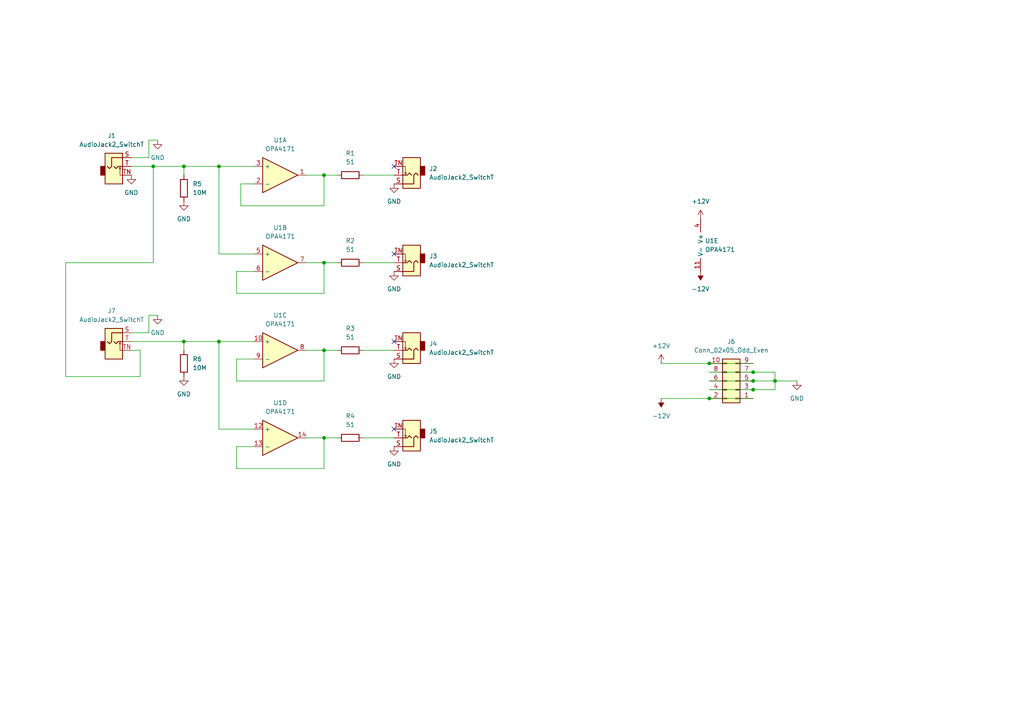
<source format=kicad_sch>
(kicad_sch (version 20230121) (generator eeschema)
  (paper "A4")
  (lib_symbols
    (symbol "Connector_Audio:AudioJack2_SwitchT"
      (property "Reference" "J" (at 0 8.89 0))
      (property "Value" "AudioJack2_SwitchT" (at 0 6.35 0))
      (symbol "AudioJack2_SwitchT_0_1"
        (rectangle (start -2.54 0) (end -3.81 -2.54) (stroke (width 0.254)) (fill (type outline)))
        (polyline (pts (xy 1.778 -0.254) (xy 2.032 -0.762)))
        (polyline (pts (xy 0 0) (xy 0.635 -0.635) (xy 1.27 0) (xy 2.54 0)) (stroke (width 0.254)))
        (polyline (pts (xy 2.54 -2.54) (xy 1.778 -2.54) (xy 1.778 -0.254) (xy 1.524 -0.762)))
        (polyline (pts (xy 2.54 2.54) (xy -0.635 2.54) (xy -0.635 0) (xy -1.27 -0.635) (xy -1.905 0)) (stroke (width 0.254)))
        (rectangle (start 2.54 3.81) (end -2.54 -5.08) (stroke (width 0.254)) (fill (type background)))
      )
      (symbol "AudioJack2_SwitchT_1_1"
        (pin passive line (at 5.08 2.54 180) (length 2.54) (name "~") (number "S"))
        (pin passive line (at 5.08 0 180) (length 2.54) (name "~") (number "T"))
        (pin passive line (at 5.08 -2.54 180) (length 2.54) (name "~") (number "TN"))
      )
    )
    (symbol "Connector_Generic:Conn_02x05_Odd_Even" (pin_names (offset 1.016) hide)
      (property "Reference" "J" (at 1.27 7.62 0))
      (property "Value" "Conn_02x05_Odd_Even" (at 1.27 -7.62 0))
      (symbol "Conn_02x05_Odd_Even_1_1"
        (rectangle (start -1.27 -4.953) (end 0 -5.207) (stroke (width 0.1524)))
        (rectangle (start -1.27 -2.413) (end 0 -2.667) (stroke (width 0.1524)))
        (rectangle (start -1.27 0.127) (end 0 -0.127) (stroke (width 0.1524)))
        (rectangle (start -1.27 2.667) (end 0 2.413) (stroke (width 0.1524)))
        (rectangle (start -1.27 5.207) (end 0 4.953) (stroke (width 0.1524)))
        (rectangle (start -1.27 6.35) (end 3.81 -6.35) (stroke (width 0.254)) (fill (type background)))
        (rectangle (start 3.81 -4.953) (end 2.54 -5.207) (stroke (width 0.1524)))
        (rectangle (start 3.81 -2.413) (end 2.54 -2.667) (stroke (width 0.1524)))
        (rectangle (start 3.81 0.127) (end 2.54 -0.127) (stroke (width 0.1524)))
        (rectangle (start 3.81 2.667) (end 2.54 2.413) (stroke (width 0.1524)))
        (rectangle (start 3.81 5.207) (end 2.54 4.953) (stroke (width 0.1524)))
        (pin passive line (at -5.08 5.08 0) (length 3.81) (name "Pin_1") (number "1"))
        (pin passive line (at 7.62 -5.08 180) (length 3.81) (name "Pin_10") (number "10"))
        (pin passive line (at 7.62 5.08 180) (length 3.81) (name "Pin_2") (number "2"))
        (pin passive line (at -5.08 2.54 0) (length 3.81) (name "Pin_3") (number "3"))
        (pin passive line (at 7.62 2.54 180) (length 3.81) (name "Pin_4") (number "4"))
        (pin passive line (at -5.08 0 0) (length 3.81) (name "Pin_5") (number "5"))
        (pin passive line (at 7.62 0 180) (length 3.81) (name "Pin_6") (number "6"))
        (pin passive line (at -5.08 -2.54 0) (length 3.81) (name "Pin_7") (number "7"))
        (pin passive line (at 7.62 -2.54 180) (length 3.81) (name "Pin_8") (number "8"))
        (pin passive line (at -5.08 -5.08 0) (length 3.81) (name "Pin_9") (number "9"))
      )
    )
    (symbol "Dans_Eurorack_Library:OPA4171"
      (property "Reference" "U" (at 0 5.08 0))
      (property "Value" "OPA4171" (at 0 -5.08 0))
      (symbol "OPA4171_1_1"
        (polyline (pts (xy -5.08 5.08) (xy 5.08 0) (xy -5.08 -5.08) (xy -5.08 5.08)) (stroke (width 0.254)) (fill (type background)))
        (pin output line (at 7.62 0 180) (length 2.54) (name "~") (number "1"))
        (pin input line (at -7.62 -2.54 0) (length 2.54) (name "-") (number "2"))
        (pin input line (at -7.62 2.54 0) (length 2.54) (name "+") (number "3"))
      )
      (symbol "OPA4171_2_1"
        (polyline (pts (xy -5.08 5.08) (xy 5.08 0) (xy -5.08 -5.08) (xy -5.08 5.08)) (stroke (width 0.254)) (fill (type background)))
        (pin input line (at -7.62 2.54 0) (length 2.54) (name "+") (number "5"))
        (pin input line (at -7.62 -2.54 0) (length 2.54) (name "-") (number "6"))
        (pin output line (at 7.62 0 180) (length 2.54) (name "~") (number "7"))
      )
      (symbol "OPA4171_3_1"
        (polyline (pts (xy -5.08 5.08) (xy 5.08 0) (xy -5.08 -5.08) (xy -5.08 5.08)) (stroke (width 0.254)) (fill (type background)))
        (pin input line (at -7.62 2.54 0) (length 2.54) (name "+") (number "10"))
        (pin output line (at 7.62 0 180) (length 2.54) (name "~") (number "8"))
        (pin input line (at -7.62 -2.54 0) (length 2.54) (name "-") (number "9"))
      )
      (symbol "OPA4171_4_1"
        (polyline (pts (xy -5.08 5.08) (xy 5.08 0) (xy -5.08 -5.08) (xy -5.08 5.08)) (stroke (width 0.254)) (fill (type background)))
        (pin input line (at -7.62 2.54 0) (length 2.54) (name "+") (number "12"))
        (pin input line (at -7.62 -2.54 0) (length 2.54) (name "-") (number "13"))
        (pin output line (at 7.62 0 180) (length 2.54) (name "~") (number "14"))
      )
      (symbol "OPA4171_5_1"
        (pin power_in line (at -2.54 -7.62 90) (length 3.81) (name "V-") (number "11"))
        (pin power_in line (at -2.54 7.62 270) (length 3.81) (name "V+") (number "4"))
      )
    )
    (symbol "Device:R" (pin_numbers hide) (pin_names (offset 0))
      (property "Reference" "R" (at 2.032 0 90))
      (property "Value" "R" (at 0 0 90))
      (symbol "R_0_1"
        (rectangle (start -1.016 -2.54) (end 1.016 2.54) (stroke (width 0.254)))
      )
      (symbol "R_1_1"
        (pin passive line (at 0 3.81 270) (length 1.27) (name "~") (number "1"))
        (pin passive line (at 0 -3.81 90) (length 1.27) (name "~") (number "2"))
      )
    )
    (symbol "power:+12V" (power) (pin_names (offset 0))
      (property "Value" "+12V" (at 0 3.556 0))
      (symbol "+12V_0_1"
        (polyline (pts (xy -0.762 1.27) (xy 0 2.54)))
        (polyline (pts (xy 0 0) (xy 0 2.54)))
        (polyline (pts (xy 0 2.54) (xy 0.762 1.27)))
      )
      (symbol "+12V_1_1"
        (pin power_in line (at 0 0 90) (length 0) hide (name "+12V") (number "1"))
      )
    )
    (symbol "power:-12V" (power) (pin_names (offset 0))
      (property "Value" "-12V" (at 0 3.81 0))
      (symbol "-12V_0_0"
        (pin power_in line (at 0 0 90) (length 0) hide (name "-12V") (number "1"))
      )
      (symbol "-12V_0_1"
        (polyline (pts (xy 0 0) (xy 0 1.27) (xy 0.762 1.27) (xy 0 2.54) (xy -0.762 1.27) (xy 0 1.27)) (fill (type outline)))
      )
    )
    (symbol "power:GND" (power) (pin_names (offset 0))
      (property "Value" "GND" (at 0 -3.81 0))
      (symbol "GND_0_1"
        (polyline (pts (xy 0 0) (xy 0 -1.27) (xy 1.27 -1.27) (xy 0 -2.54) (xy -1.27 -1.27) (xy 0 -1.27)))
      )
      (symbol "GND_1_1"
        (pin power_in line (at 0 0 270) (length 0) hide (name "GND") (number "1"))
      )
    )
  )
  (junction (at 93.98 127))
  (junction (at 53.34 48.26))
  (junction (at 224.79 110.49))
  (junction (at 205.74 105.41))
  (junction (at 93.98 101.6))
  (junction (at 93.98 50.8))
  (junction (at 63.5 99.06))
  (junction (at 205.74 115.57))
  (junction (at 53.34 99.06))
  (junction (at 44.45 48.26))
  (junction (at 218.44 107.95))
  (junction (at 218.44 113.03))
  (junction (at 63.5 48.26))
  (junction (at 93.98 76.2))
  (junction (at 218.44 110.49))
  (no_connect (at 114.3 48.26))
  (no_connect (at 114.3 124.46))
  (no_connect (at 114.3 73.66))
  (no_connect (at 114.3 99.06))
  (wire (pts (xy 19.05 109.22) (xy 19.05 76.2)))
  (wire (pts (xy 88.9 76.2) (xy 93.98 76.2)))
  (wire (pts (xy 88.9 101.6) (xy 93.98 101.6)))
  (wire (pts (xy 43.18 40.64) (xy 45.72 40.64)))
  (wire (pts (xy 93.98 101.6) (xy 97.79 101.6)))
  (wire (pts (xy 205.74 110.49) (xy 218.44 110.49)))
  (wire (pts (xy 205.74 105.41) (xy 218.44 105.41)))
  (wire (pts (xy 63.5 73.66) (xy 63.5 48.26)))
  (wire (pts (xy 53.34 99.06) (xy 53.34 101.6)))
  (wire (pts (xy 68.58 85.09) (xy 93.98 85.09)))
  (wire (pts (xy 40.64 101.6) (xy 40.64 109.22)))
  (wire (pts (xy 38.1 99.06) (xy 53.34 99.06)))
  (wire (pts (xy 93.98 85.09) (xy 93.98 76.2)))
  (wire (pts (xy 191.77 115.57) (xy 205.74 115.57)))
  (wire (pts (xy 44.45 76.2) (xy 44.45 48.26)))
  (wire (pts (xy 218.44 107.95) (xy 224.79 107.95)))
  (wire (pts (xy 105.41 50.8) (xy 114.3 50.8)))
  (wire (pts (xy 68.58 135.89) (xy 93.98 135.89)))
  (wire (pts (xy 93.98 59.69) (xy 93.98 50.8)))
  (wire (pts (xy 224.79 110.49) (xy 231.14 110.49)))
  (wire (pts (xy 44.45 48.26) (xy 53.34 48.26)))
  (wire (pts (xy 53.34 48.26) (xy 63.5 48.26)))
  (wire (pts (xy 105.41 76.2) (xy 114.3 76.2)))
  (wire (pts (xy 105.41 101.6) (xy 114.3 101.6)))
  (wire (pts (xy 73.66 73.66) (xy 63.5 73.66)))
  (wire (pts (xy 69.85 59.69) (xy 93.98 59.69)))
  (wire (pts (xy 38.1 101.6) (xy 40.64 101.6)))
  (wire (pts (xy 63.5 99.06) (xy 73.66 99.06)))
  (wire (pts (xy 73.66 129.54) (xy 68.58 129.54)))
  (wire (pts (xy 93.98 127) (xy 97.79 127)))
  (wire (pts (xy 88.9 50.8) (xy 93.98 50.8)))
  (wire (pts (xy 53.34 48.26) (xy 53.34 50.8)))
  (wire (pts (xy 53.34 99.06) (xy 63.5 99.06)))
  (wire (pts (xy 88.9 127) (xy 93.98 127)))
  (wire (pts (xy 38.1 48.26) (xy 44.45 48.26)))
  (wire (pts (xy 68.58 104.14) (xy 68.58 110.49)))
  (wire (pts (xy 93.98 110.49) (xy 93.98 101.6)))
  (wire (pts (xy 205.74 115.57) (xy 218.44 115.57)))
  (wire (pts (xy 38.1 45.72) (xy 43.18 45.72)))
  (wire (pts (xy 73.66 104.14) (xy 68.58 104.14)))
  (wire (pts (xy 63.5 99.06) (xy 63.5 124.46)))
  (wire (pts (xy 43.18 96.52) (xy 43.18 91.44)))
  (wire (pts (xy 43.18 45.72) (xy 43.18 40.64)))
  (wire (pts (xy 63.5 48.26) (xy 73.66 48.26)))
  (wire (pts (xy 218.44 110.49) (xy 224.79 110.49)))
  (wire (pts (xy 19.05 76.2) (xy 44.45 76.2)))
  (wire (pts (xy 93.98 50.8) (xy 97.79 50.8)))
  (wire (pts (xy 68.58 110.49) (xy 93.98 110.49)))
  (wire (pts (xy 191.77 105.41) (xy 205.74 105.41)))
  (wire (pts (xy 205.74 107.95) (xy 218.44 107.95)))
  (wire (pts (xy 93.98 76.2) (xy 97.79 76.2)))
  (wire (pts (xy 73.66 78.74) (xy 68.58 78.74)))
  (wire (pts (xy 68.58 129.54) (xy 68.58 135.89)))
  (wire (pts (xy 63.5 124.46) (xy 73.66 124.46)))
  (wire (pts (xy 68.58 78.74) (xy 68.58 85.09)))
  (wire (pts (xy 218.44 113.03) (xy 224.79 113.03)))
  (wire (pts (xy 73.66 53.34) (xy 69.85 53.34)))
  (wire (pts (xy 93.98 135.89) (xy 93.98 127)))
  (wire (pts (xy 43.18 91.44) (xy 45.72 91.44)))
  (wire (pts (xy 205.74 113.03) (xy 218.44 113.03)))
  (wire (pts (xy 40.64 109.22) (xy 19.05 109.22)))
  (wire (pts (xy 224.79 113.03) (xy 224.79 110.49)))
  (wire (pts (xy 69.85 53.34) (xy 69.85 59.69)))
  (wire (pts (xy 224.79 107.95) (xy 224.79 110.49)))
  (wire (pts (xy 38.1 96.52) (xy 43.18 96.52)))
  (wire (pts (xy 105.41 127) (xy 114.3 127)))
  (symbol (lib_id "Device:R") (at 101.6 127 90) (unit 1)
    (property "Reference" "R4" (at 101.6 120.65 90))
    (property "Value" "51" (at 101.6 123.19 90))
    (property "Footprint" "Resistor_SMD:R_0201_0603Metric" (effects hide))
  )
  (symbol (lib_id "power:GND") (at 114.3 104.14 0) (unit 1)
    (property "Reference" "#PWR05" (effects hide))
    (property "Value" "GND" (at 114.3 109.22 0))
  )
  (symbol (lib_id "Connector_Audio:AudioJack2_SwitchT") (at 33.02 99.06 0) (unit 1)
    (property "Reference" "J7" (at 32.385 90.17 0))
    (property "Value" "AudioJack2_SwitchT" (at 32.385 92.71 0))
    (property "Footprint" "AudioJacks:Jack_3.5mm_QingPu_WQP-PJ398SM_Vertical" (effects hide))
  )
  (symbol (lib_id "power:-12V") (at 191.77 115.57 180) (unit 1)
    (property "Reference" "#PWR019" (effects hide))
    (property "Value" "-12V" (at 191.77 120.65 0))
  )
  (symbol (lib_id "Device:R") (at 53.34 54.61 180) (unit 1)
    (property "Reference" "R5" (at 55.88 53.34 0) (effects (justify right)))
    (property "Value" "10M" (at 55.88 55.88 0) (effects (justify right)))
    (property "Footprint" "Resistor_SMD:R_0201_0603Metric" (effects hide))
  )
  (symbol (lib_id "Device:R") (at 101.6 101.6 90) (unit 1)
    (property "Reference" "R3" (at 101.6 95.25 90))
    (property "Value" "51" (at 101.6 97.79 90))
    (property "Footprint" "Resistor_SMD:R_0201_0603Metric" (effects hide))
  )
  (symbol (lib_id "Connector_Audio:AudioJack2_SwitchT") (at 119.38 101.6 180) (unit 1)
    (property "Reference" "J4" (at 124.46 99.695 0) (effects (justify right)))
    (property "Value" "AudioJack2_SwitchT" (at 124.46 102.235 0) (effects (justify right)))
    (property "Footprint" "AudioJacks:Jack_3.5mm_QingPu_WQP-PJ398SM_Vertical" (effects hide))
  )
  (symbol (lib_id "Device:R") (at 101.6 50.8 90) (unit 1)
    (property "Reference" "R1" (at 101.6 44.45 90))
    (property "Value" "51" (at 101.6 46.99 90))
    (property "Footprint" "Resistor_SMD:R_0201_0603Metric" (effects hide))
  )
  (symbol (lib_id "Connector_Audio:AudioJack2_SwitchT") (at 119.38 50.8 180) (unit 1)
    (property "Reference" "J2" (at 124.46 48.895 0) (effects (justify right)))
    (property "Value" "AudioJack2_SwitchT" (at 124.46 51.435 0) (effects (justify right)))
    (property "Footprint" "AudioJacks:Jack_3.5mm_QingPu_WQP-PJ398SM_Vertical" (effects hide))
  )
  (symbol (lib_id "Dans_Eurorack_Library:OPA4171") (at 81.28 127 0) (unit 4)
    (property "Reference" "U1" (at 81.28 116.84 0))
    (property "Value" "OPA4171" (at 81.28 119.38 0))
    (property "Footprint" "Package_SO:TSSOP-14_4.4x5mm_P0.65mm" (effects hide))
  )
  (symbol (lib_id "power:-12V") (at 203.2 78.74 180) (unit 1)
    (property "Reference" "#PWR011" (effects hide))
    (property "Value" "-12V" (at 203.2 83.82 0))
  )
  (symbol (lib_id "Connector_Audio:AudioJack2_SwitchT") (at 119.38 76.2 180) (unit 1)
    (property "Reference" "J3" (at 124.46 74.295 0) (effects (justify right)))
    (property "Value" "AudioJack2_SwitchT" (at 124.46 76.835 0) (effects (justify right)))
    (property "Footprint" "AudioJacks:Jack_3.5mm_QingPu_WQP-PJ398SM_Vertical" (effects hide))
  )
  (symbol (lib_id "Dans_Eurorack_Library:OPA4171") (at 205.74 71.12 0) (unit 5)
    (property "Reference" "U1" (at 204.47 69.85 0) (effects (justify left)))
    (property "Value" "OPA4171" (at 204.47 72.39 0) (effects (justify left)))
    (property "Footprint" "Package_SO:TSSOP-14_4.4x5mm_P0.65mm" (effects hide))
  )
  (symbol (lib_id "power:GND") (at 45.72 40.64 0) (unit 1)
    (property "Reference" "#PWR02" (effects hide))
    (property "Value" "GND" (at 45.72 45.72 0))
  )
  (symbol (lib_id "Device:R") (at 53.34 105.41 180) (unit 1)
    (property "Reference" "R6" (at 55.88 104.14 0) (effects (justify right)))
    (property "Value" "10M" (at 55.88 106.68 0) (effects (justify right)))
    (property "Footprint" "Resistor_SMD:R_0201_0603Metric" (effects hide))
  )
  (symbol (lib_id "Dans_Eurorack_Library:OPA4171") (at 81.28 101.6 0) (unit 3)
    (property "Reference" "U1" (at 81.28 91.44 0))
    (property "Value" "OPA4171" (at 81.28 93.98 0))
    (property "Footprint" "Package_SO:TSSOP-14_4.4x5mm_P0.65mm" (effects hide))
  )
  (symbol (lib_id "Dans_Eurorack_Library:OPA4171") (at 81.28 76.2 0) (unit 2)
    (property "Reference" "U1" (at 81.28 66.04 0))
    (property "Value" "OPA4171" (at 81.28 68.58 0))
    (property "Footprint" "Package_SO:TSSOP-14_4.4x5mm_P0.65mm" (effects hide))
  )
  (symbol (lib_id "Connector_Generic:Conn_02x05_Odd_Even") (at 213.36 110.49 180) (unit 1)
    (property "Reference" "J6" (at 212.09 99.06 0))
    (property "Value" "Conn_02x05_Odd_Even" (at 212.09 101.6 0))
    (property "Footprint" "Connector_IDC:IDC-Header_2x05_P2.54mm_Vertical" (effects hide))
  )
  (symbol (lib_id "power:GND") (at 114.3 129.54 0) (unit 1)
    (property "Reference" "#PWR06" (effects hide))
    (property "Value" "GND" (at 114.3 134.62 0))
  )
  (symbol (lib_id "power:GND") (at 114.3 78.74 0) (unit 1)
    (property "Reference" "#PWR04" (effects hide))
    (property "Value" "GND" (at 114.3 83.82 0))
  )
  (symbol (lib_id "power:+12V") (at 203.2 63.5 0) (unit 1)
    (property "Reference" "#PWR010" (effects hide))
    (property "Value" "+12V" (at 203.2 58.42 0))
  )
  (symbol (lib_id "power:GND") (at 231.14 110.49 0) (unit 1)
    (property "Reference" "#PWR016" (effects hide))
    (property "Value" "GND" (at 231.14 115.57 0))
  )
  (symbol (lib_id "power:GND") (at 53.34 109.22 0) (unit 1)
    (property "Reference" "#PWR09" (effects hide))
    (property "Value" "GND" (at 53.34 114.3 0))
  )
  (symbol (lib_id "Connector_Audio:AudioJack2_SwitchT") (at 119.38 127 180) (unit 1)
    (property "Reference" "J5" (at 124.46 125.095 0) (effects (justify right)))
    (property "Value" "AudioJack2_SwitchT" (at 124.46 127.635 0) (effects (justify right)))
    (property "Footprint" "AudioJacks:Jack_3.5mm_QingPu_WQP-PJ398SM_Vertical" (effects hide))
  )
  (symbol (lib_id "Connector_Audio:AudioJack2_SwitchT") (at 33.02 48.26 0) (unit 1)
    (property "Reference" "J1" (at 32.385 39.37 0))
    (property "Value" "AudioJack2_SwitchT" (at 32.385 41.91 0))
    (property "Footprint" "AudioJacks:Jack_3.5mm_QingPu_WQP-PJ398SM_Vertical" (effects hide))
  )
  (symbol (lib_id "power:+12V") (at 191.77 105.41 0) (unit 1)
    (property "Reference" "#PWR021" (effects hide))
    (property "Value" "+12V" (at 191.77 100.33 0))
  )
  (symbol (lib_id "power:GND") (at 45.72 91.44 0) (unit 1)
    (property "Reference" "#PWR07" (effects hide))
    (property "Value" "GND" (at 45.72 96.52 0))
  )
  (symbol (lib_id "power:GND") (at 114.3 53.34 0) (unit 1)
    (property "Reference" "#PWR03" (effects hide))
    (property "Value" "GND" (at 114.3 58.42 0))
  )
  (symbol (lib_id "Device:R") (at 101.6 76.2 90) (unit 1)
    (property "Reference" "R2" (at 101.6 69.85 90))
    (property "Value" "51" (at 101.6 72.39 90))
    (property "Footprint" "Resistor_SMD:R_0201_0603Metric" (effects hide))
  )
  (symbol (lib_id "power:GND") (at 53.34 58.42 0) (unit 1)
    (property "Reference" "#PWR08" (effects hide))
    (property "Value" "GND" (at 53.34 63.5 0))
  )
  (symbol (lib_id "Dans_Eurorack_Library:OPA4171") (at 81.28 50.8 0) (unit 1)
    (property "Reference" "U1" (at 81.28 40.64 0))
    (property "Value" "OPA4171" (at 81.28 43.18 0))
    (property "Footprint" "Package_SO:TSSOP-14_4.4x5mm_P0.65mm" (effects hide))
  )
  (symbol (lib_id "power:GND") (at 38.1 50.8 0) (unit 1)
    (property "Reference" "#PWR01" (effects hide))
    (property "Value" "GND" (at 38.1 55.88 0))
  )
)
</source>
